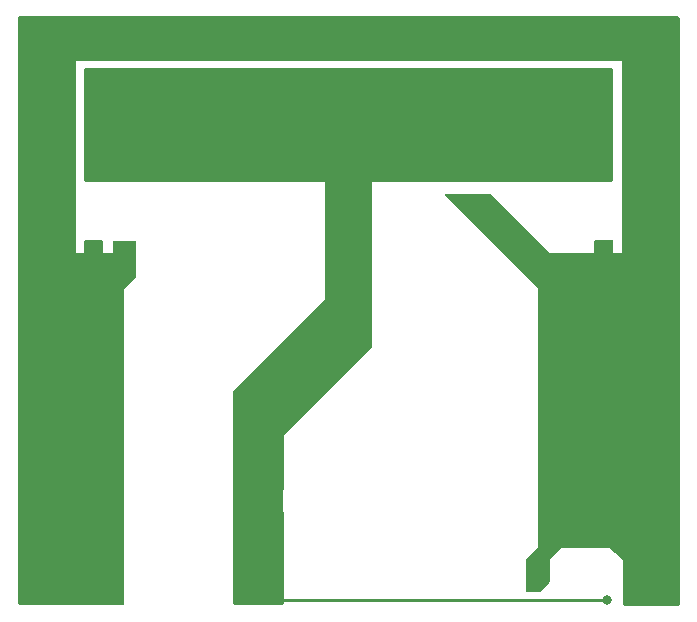
<source format=gbr>
%TF.GenerationSoftware,KiCad,Pcbnew,(6.0.6)*%
%TF.CreationDate,2022-12-14T21:04:27-05:00*%
%TF.ProjectId,Cartridge,43617274-7269-4646-9765-2e6b69636164,rev?*%
%TF.SameCoordinates,Original*%
%TF.FileFunction,Copper,L2,Bot*%
%TF.FilePolarity,Positive*%
%FSLAX46Y46*%
G04 Gerber Fmt 4.6, Leading zero omitted, Abs format (unit mm)*
G04 Created by KiCad (PCBNEW (6.0.6)) date 2022-12-14 21:04:27*
%MOMM*%
%LPD*%
G01*
G04 APERTURE LIST*
%TA.AperFunction,ViaPad*%
%ADD10C,0.800000*%
%TD*%
%TA.AperFunction,ViaPad*%
%ADD11C,2.300000*%
%TD*%
%TA.AperFunction,Conductor*%
%ADD12C,0.250000*%
%TD*%
G04 APERTURE END LIST*
D10*
%TO.N,GND*%
X162200000Y-56100000D03*
X137900000Y-56000000D03*
%TO.N,+5V*%
X177500000Y-70500000D03*
X122500000Y-70600000D03*
%TO.N,GND*%
X152400000Y-60500000D03*
X147600000Y-60500000D03*
X148500000Y-61500000D03*
X151500000Y-61500000D03*
X144000000Y-82200000D03*
X148500000Y-71200000D03*
X151500000Y-74800000D03*
X140700000Y-79000000D03*
%TO.N,+5V*%
X130500000Y-84000000D03*
X166600000Y-91500000D03*
X173000000Y-92100000D03*
X130500000Y-70600000D03*
X166500000Y-70500000D03*
X160500000Y-62600000D03*
X171600000Y-66600000D03*
X128400000Y-66600000D03*
X131500000Y-66500000D03*
X130500000Y-96300000D03*
X122500000Y-96300000D03*
X166200000Y-95000000D03*
X173700000Y-96400000D03*
X177500000Y-96400000D03*
X122500000Y-47500000D03*
X177400000Y-47500000D03*
%TO.N,GND*%
X171900000Y-60500000D03*
X171900000Y-51900000D03*
X128100000Y-60500000D03*
X128100000Y-51900000D03*
X140700000Y-96400000D03*
X143600000Y-96400000D03*
X171900000Y-96400000D03*
X150000000Y-54500000D03*
D11*
%TO.N,+5V*%
X176500000Y-80000000D03*
X123500000Y-80000000D03*
%TD*%
D12*
%TO.N,GND*%
X171900000Y-96400000D02*
X143600000Y-96400000D01*
X143600000Y-96400000D02*
X140700000Y-96400000D01*
%TD*%
%TA.AperFunction,Conductor*%
%TO.N,GND*%
G36*
X172342121Y-51420002D02*
G01*
X172388614Y-51473658D01*
X172400000Y-51526000D01*
X172400000Y-60865500D01*
X172379998Y-60933621D01*
X172326342Y-60980114D01*
X172274000Y-60991500D01*
X170747255Y-60991500D01*
X170746485Y-60991498D01*
X170745669Y-60991493D01*
X170668911Y-60991024D01*
X170655990Y-60994717D01*
X170654478Y-60995149D01*
X170619853Y-61000000D01*
X129382780Y-61000000D01*
X129346678Y-60994717D01*
X129345903Y-60994485D01*
X129345897Y-60994484D01*
X129337303Y-60991914D01*
X129328332Y-60991859D01*
X129328331Y-60991859D01*
X129318272Y-60991798D01*
X129302863Y-60991704D01*
X129302080Y-60991671D01*
X129300983Y-60991500D01*
X129269992Y-60991500D01*
X129269222Y-60991498D01*
X129195584Y-60991048D01*
X129195583Y-60991048D01*
X129191648Y-60991024D01*
X129190304Y-60991408D01*
X129188959Y-60991500D01*
X127726000Y-60991500D01*
X127657879Y-60971498D01*
X127611386Y-60917842D01*
X127600000Y-60865500D01*
X127600000Y-51526000D01*
X127620002Y-51457879D01*
X127673658Y-51411386D01*
X127726000Y-51400000D01*
X172274000Y-51400000D01*
X172342121Y-51420002D01*
G37*
%TD.AperFunction*%
%TD*%
%TA.AperFunction,Conductor*%
%TO.N,+5V*%
G36*
X177942121Y-47020002D02*
G01*
X177988614Y-47073658D01*
X178000000Y-47126000D01*
X178000000Y-96774000D01*
X177979998Y-96842121D01*
X177926342Y-96888614D01*
X177874000Y-96900000D01*
X173326000Y-96900000D01*
X173257879Y-96879998D01*
X173211386Y-96826342D01*
X173200000Y-96774000D01*
X173200000Y-93000000D01*
X172956870Y-92797392D01*
X172013916Y-92011596D01*
X172013914Y-92011595D01*
X172000000Y-92000000D01*
X168000000Y-92000000D01*
X167000000Y-93000000D01*
X167000000Y-94851288D01*
X166979998Y-94919409D01*
X166967233Y-94936044D01*
X166249766Y-95725258D01*
X166189144Y-95762207D01*
X166156535Y-95766500D01*
X165126000Y-95766500D01*
X165057879Y-95746498D01*
X165011386Y-95692842D01*
X165000000Y-95640500D01*
X165000000Y-93052190D01*
X165020002Y-92984069D01*
X165036905Y-92963095D01*
X166000000Y-92000000D01*
X166000000Y-70000000D01*
X158215095Y-62215095D01*
X158181069Y-62152783D01*
X158186134Y-62081968D01*
X158228681Y-62025132D01*
X158295201Y-62000321D01*
X158304190Y-62000000D01*
X161947810Y-62000000D01*
X162015931Y-62020002D01*
X162036905Y-62036905D01*
X167000000Y-67000000D01*
X170800000Y-67000000D01*
X170800000Y-66047785D01*
X170820002Y-65979664D01*
X170873658Y-65933171D01*
X170926000Y-65921785D01*
X172274000Y-65921785D01*
X172342121Y-65941787D01*
X172388614Y-65995443D01*
X172400000Y-66047785D01*
X172400000Y-67000000D01*
X173100000Y-67000000D01*
X173100000Y-50800000D01*
X126900000Y-50800000D01*
X126900000Y-67000000D01*
X127600000Y-67000000D01*
X127600000Y-66047785D01*
X127620002Y-65979664D01*
X127673658Y-65933171D01*
X127726000Y-65921785D01*
X129074000Y-65921785D01*
X129142121Y-65941787D01*
X129188614Y-65995443D01*
X129200000Y-66047785D01*
X129200000Y-67000000D01*
X130000000Y-67000000D01*
X130000000Y-66126000D01*
X130020002Y-66057879D01*
X130073658Y-66011386D01*
X130126000Y-66000000D01*
X131874000Y-66000000D01*
X131942121Y-66020002D01*
X131988614Y-66073658D01*
X132000000Y-66126000D01*
X132000000Y-68951288D01*
X131979998Y-69019409D01*
X131967232Y-69036045D01*
X131074441Y-70018115D01*
X131000000Y-70100000D01*
X131000000Y-96674000D01*
X130979998Y-96742121D01*
X130926342Y-96788614D01*
X130874000Y-96800000D01*
X122126000Y-96800000D01*
X122057879Y-96779998D01*
X122011386Y-96726342D01*
X122000000Y-96674000D01*
X122000000Y-47126000D01*
X122020002Y-47057879D01*
X122073658Y-47011386D01*
X122126000Y-47000000D01*
X177874000Y-47000000D01*
X177942121Y-47020002D01*
G37*
%TD.AperFunction*%
%TD*%
%TA.AperFunction,Conductor*%
%TO.N,GND*%
G36*
X152000000Y-74947810D02*
G01*
X151979998Y-75015931D01*
X151963095Y-75036905D01*
X144500000Y-82500000D01*
X144500000Y-86876165D01*
X144498236Y-86897178D01*
X144430707Y-87296435D01*
X144391366Y-87764929D01*
X144391366Y-88235071D01*
X144430707Y-88703565D01*
X144431145Y-88706154D01*
X144498236Y-89102822D01*
X144500000Y-89123835D01*
X144500000Y-96674000D01*
X144479998Y-96742121D01*
X144426342Y-96788614D01*
X144374000Y-96800000D01*
X140326000Y-96800000D01*
X140257879Y-96779998D01*
X140211386Y-96726342D01*
X140200000Y-96674000D01*
X140200000Y-78852190D01*
X140220002Y-78784069D01*
X140236905Y-78763095D01*
X148000000Y-71000000D01*
X148000000Y-60900000D01*
X152000000Y-60900000D01*
X152000000Y-74947810D01*
G37*
%TD.AperFunction*%
%TD*%
M02*

</source>
